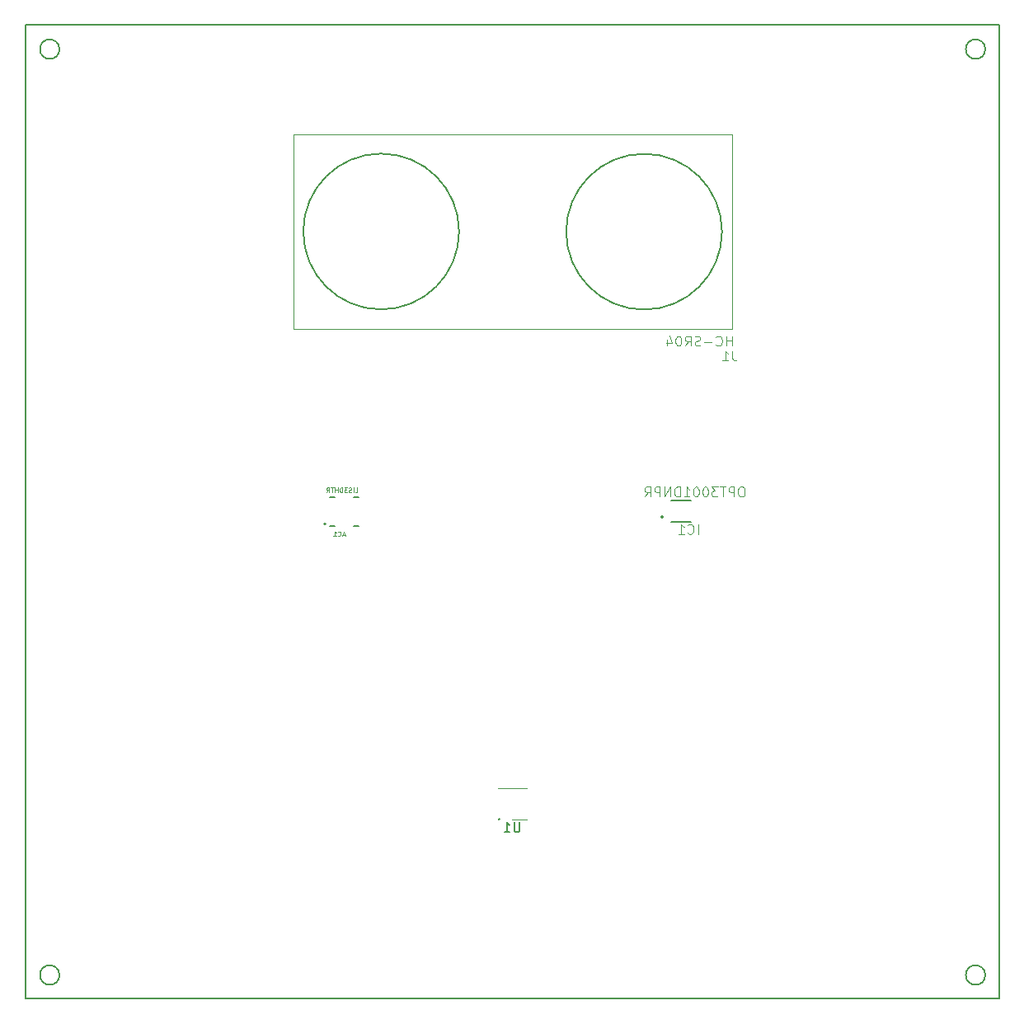
<source format=gbr>
%TF.GenerationSoftware,KiCad,Pcbnew,(5.0.0)*%
%TF.CreationDate,2020-03-23T14:28:17+01:00*%
%TF.ProjectId,Schaltplan_Modul4,536368616C74706C616E5F4D6F64756C,rev?*%
%TF.SameCoordinates,Original*%
%TF.FileFunction,Legend,Bot*%
%TF.FilePolarity,Positive*%
%FSLAX46Y46*%
G04 Gerber Fmt 4.6, Leading zero omitted, Abs format (unit mm)*
G04 Created by KiCad (PCBNEW (5.0.0)) date 03/23/20 14:28:17*
%MOMM*%
%LPD*%
G01*
G04 APERTURE LIST*
%ADD10C,0.200000*%
%ADD11C,0.050000*%
%ADD12C,0.150000*%
%ADD13C,0.127000*%
%ADD14C,0.120000*%
G04 APERTURE END LIST*
D10*
X148704500Y-131597500D02*
G75*
G03X148704500Y-131597500I-63500J0D01*
G01*
X165532000Y-100546000D02*
G75*
G03X165532000Y-100546000I-127000J0D01*
G01*
X130797500Y-101244500D02*
G75*
G03X130797500Y-101244500I-63500J0D01*
G01*
X103500000Y-147576000D02*
G75*
G03X103500000Y-147576000I-1000000J0D01*
G01*
X198576000Y-147576000D02*
G75*
G03X198576000Y-147576000I-1000000J0D01*
G01*
X198576000Y-52500000D02*
G75*
G03X198576000Y-52500000I-1000000J0D01*
G01*
X103500000Y-52500000D02*
G75*
G03X103500000Y-52500000I-1000000J0D01*
G01*
X100000000Y-50000000D02*
X100000000Y-150000000D01*
X100000000Y-150000000D02*
X200000000Y-150000000D01*
X200000000Y-50000000D02*
X200000000Y-150000000D01*
X100000000Y-50000000D02*
X200000000Y-50000000D01*
D11*
%TO.C,J1*%
X127538000Y-81222000D02*
X172538000Y-81222000D01*
X172538000Y-61222000D02*
X127538000Y-61222000D01*
X172538000Y-81222000D02*
X172538000Y-61222000D01*
X127538000Y-81222000D02*
X127538000Y-61222000D01*
D12*
X144538000Y-71222000D02*
G75*
G03X144538000Y-71222000I-8000000J0D01*
G01*
X171538000Y-71242000D02*
G75*
G03X171538000Y-71242000I-8000000J0D01*
G01*
D13*
%TO.C,AC1*%
X131765000Y-101480000D02*
X131255000Y-101480000D01*
X133745000Y-101480000D02*
X134255000Y-101480000D01*
X133745000Y-98480000D02*
X134255000Y-98480000D01*
X131255000Y-98480000D02*
X131765000Y-98480000D01*
D10*
X130855000Y-101255000D02*
G75*
G03X130855000Y-101255000I-100000J0D01*
G01*
D13*
%TO.C,IC1*%
X166272499Y-98800920D02*
X168347499Y-98800920D01*
X166272499Y-101010920D02*
X168347499Y-101010920D01*
D10*
X165494999Y-100555920D02*
G75*
G03X165494999Y-100555920I-100000J0D01*
G01*
D14*
%TO.C,U1*%
X149995000Y-131610000D02*
X151495000Y-131610000D01*
X148495000Y-128390000D02*
X151495000Y-128390000D01*
%TD*%
%TO.C,J1*%
D11*
X172591506Y-83488096D02*
X172591506Y-84202753D01*
X172639150Y-84345684D01*
X172734438Y-84440972D01*
X172877369Y-84488616D01*
X172972657Y-84488616D01*
X171590986Y-84488616D02*
X172162712Y-84488616D01*
X171876849Y-84488616D02*
X171876849Y-83488096D01*
X171972137Y-83631027D01*
X172067424Y-83726315D01*
X172162712Y-83773959D01*
X172548966Y-82965145D02*
X172548966Y-81963455D01*
X172548966Y-82440450D02*
X171976572Y-82440450D01*
X171976572Y-82965145D02*
X171976572Y-81963455D01*
X170927182Y-82869746D02*
X170974882Y-82917445D01*
X171117980Y-82965145D01*
X171213380Y-82965145D01*
X171356478Y-82917445D01*
X171451877Y-82822046D01*
X171499577Y-82726647D01*
X171547276Y-82535849D01*
X171547276Y-82392751D01*
X171499577Y-82201953D01*
X171451877Y-82106554D01*
X171356478Y-82011155D01*
X171213380Y-81963455D01*
X171117980Y-81963455D01*
X170974882Y-82011155D01*
X170927182Y-82058854D01*
X170497887Y-82583549D02*
X169734694Y-82583549D01*
X169305399Y-82917445D02*
X169162300Y-82965145D01*
X168923802Y-82965145D01*
X168828403Y-82917445D01*
X168780704Y-82869746D01*
X168733004Y-82774347D01*
X168733004Y-82678948D01*
X168780704Y-82583549D01*
X168828403Y-82535849D01*
X168923802Y-82488150D01*
X169114600Y-82440450D01*
X169210000Y-82392751D01*
X169257699Y-82345051D01*
X169305399Y-82249652D01*
X169305399Y-82154253D01*
X169257699Y-82058854D01*
X169210000Y-82011155D01*
X169114600Y-81963455D01*
X168876103Y-81963455D01*
X168733004Y-82011155D01*
X167731314Y-82965145D02*
X168065211Y-82488150D01*
X168303709Y-82965145D02*
X168303709Y-81963455D01*
X167922112Y-81963455D01*
X167826713Y-82011155D01*
X167779014Y-82058854D01*
X167731314Y-82154253D01*
X167731314Y-82297352D01*
X167779014Y-82392751D01*
X167826713Y-82440450D01*
X167922112Y-82488150D01*
X168303709Y-82488150D01*
X167111220Y-81963455D02*
X167015821Y-81963455D01*
X166920422Y-82011155D01*
X166872723Y-82058854D01*
X166825023Y-82154253D01*
X166777324Y-82345051D01*
X166777324Y-82583549D01*
X166825023Y-82774347D01*
X166872723Y-82869746D01*
X166920422Y-82917445D01*
X167015821Y-82965145D01*
X167111220Y-82965145D01*
X167206620Y-82917445D01*
X167254319Y-82869746D01*
X167302019Y-82774347D01*
X167349718Y-82583549D01*
X167349718Y-82345051D01*
X167302019Y-82154253D01*
X167254319Y-82058854D01*
X167206620Y-82011155D01*
X167111220Y-81963455D01*
X165918732Y-82297352D02*
X165918732Y-82965145D01*
X166157230Y-81915755D02*
X166395728Y-82631248D01*
X165775634Y-82631248D01*
%TO.C,AC1*%
X132807096Y-102366114D02*
X132578398Y-102366114D01*
X132852835Y-102503333D02*
X132692747Y-102023067D01*
X132532658Y-102503333D01*
X132098132Y-102457593D02*
X132121001Y-102480463D01*
X132189611Y-102503333D01*
X132235350Y-102503333D01*
X132303960Y-102480463D01*
X132349699Y-102434723D01*
X132372569Y-102388984D01*
X132395439Y-102297504D01*
X132395439Y-102228895D01*
X132372569Y-102137416D01*
X132349699Y-102091676D01*
X132303960Y-102045937D01*
X132235350Y-102023067D01*
X132189611Y-102023067D01*
X132121001Y-102045937D01*
X132098132Y-102068806D01*
X131640735Y-102503333D02*
X131915173Y-102503333D01*
X131777954Y-102503333D02*
X131777954Y-102023067D01*
X131823694Y-102091676D01*
X131869433Y-102137416D01*
X131915173Y-102160286D01*
X133867414Y-97999681D02*
X134096247Y-97999681D01*
X134096247Y-97519132D01*
X133707231Y-97999681D02*
X133707231Y-97519132D01*
X133501281Y-97976797D02*
X133432631Y-97999681D01*
X133318215Y-97999681D01*
X133272448Y-97976797D01*
X133249565Y-97953914D01*
X133226682Y-97908148D01*
X133226682Y-97862381D01*
X133249565Y-97816614D01*
X133272448Y-97793731D01*
X133318215Y-97770848D01*
X133409748Y-97747965D01*
X133455515Y-97725081D01*
X133478398Y-97702198D01*
X133501281Y-97656431D01*
X133501281Y-97610665D01*
X133478398Y-97564898D01*
X133455515Y-97542015D01*
X133409748Y-97519132D01*
X133295332Y-97519132D01*
X133226682Y-97542015D01*
X133066499Y-97519132D02*
X132769016Y-97519132D01*
X132929199Y-97702198D01*
X132860549Y-97702198D01*
X132814783Y-97725081D01*
X132791899Y-97747965D01*
X132769016Y-97793731D01*
X132769016Y-97908148D01*
X132791899Y-97953914D01*
X132814783Y-97976797D01*
X132860549Y-97999681D01*
X132997849Y-97999681D01*
X133043615Y-97976797D01*
X133066499Y-97953914D01*
X132563066Y-97999681D02*
X132563066Y-97519132D01*
X132448650Y-97519132D01*
X132380000Y-97542015D01*
X132334234Y-97587782D01*
X132311350Y-97633548D01*
X132288467Y-97725081D01*
X132288467Y-97793731D01*
X132311350Y-97885264D01*
X132334234Y-97931031D01*
X132380000Y-97976797D01*
X132448650Y-97999681D01*
X132563066Y-97999681D01*
X132082517Y-97999681D02*
X132082517Y-97519132D01*
X132082517Y-97747965D02*
X131807918Y-97747965D01*
X131807918Y-97999681D02*
X131807918Y-97519132D01*
X131647735Y-97519132D02*
X131373136Y-97519132D01*
X131510435Y-97999681D02*
X131510435Y-97519132D01*
X130938353Y-97999681D02*
X131098536Y-97770848D01*
X131212953Y-97999681D02*
X131212953Y-97519132D01*
X131029886Y-97519132D01*
X130984120Y-97542015D01*
X130961236Y-97564898D01*
X130938353Y-97610665D01*
X130938353Y-97679315D01*
X130961236Y-97725081D01*
X130984120Y-97747965D01*
X131029886Y-97770848D01*
X131212953Y-97770848D01*
%TO.C,IC1*%
X169068689Y-102275300D02*
X169068689Y-101275300D01*
X168021070Y-102180062D02*
X168068689Y-102227681D01*
X168211546Y-102275300D01*
X168306784Y-102275300D01*
X168449641Y-102227681D01*
X168544879Y-102132443D01*
X168592499Y-102037205D01*
X168640118Y-101846729D01*
X168640118Y-101703872D01*
X168592499Y-101513396D01*
X168544879Y-101418158D01*
X168449641Y-101322920D01*
X168306784Y-101275300D01*
X168211546Y-101275300D01*
X168068689Y-101322920D01*
X168021070Y-101370539D01*
X167068689Y-102275300D02*
X167640118Y-102275300D01*
X167354403Y-102275300D02*
X167354403Y-101275300D01*
X167449641Y-101418158D01*
X167544879Y-101513396D01*
X167640118Y-101561015D01*
X173632260Y-97441300D02*
X173441784Y-97441300D01*
X173346546Y-97488920D01*
X173251308Y-97584158D01*
X173203689Y-97774634D01*
X173203689Y-98107967D01*
X173251308Y-98298443D01*
X173346546Y-98393681D01*
X173441784Y-98441300D01*
X173632260Y-98441300D01*
X173727499Y-98393681D01*
X173822737Y-98298443D01*
X173870356Y-98107967D01*
X173870356Y-97774634D01*
X173822737Y-97584158D01*
X173727499Y-97488920D01*
X173632260Y-97441300D01*
X172775118Y-98441300D02*
X172775118Y-97441300D01*
X172394165Y-97441300D01*
X172298927Y-97488920D01*
X172251308Y-97536539D01*
X172203689Y-97631777D01*
X172203689Y-97774634D01*
X172251308Y-97869872D01*
X172298927Y-97917491D01*
X172394165Y-97965110D01*
X172775118Y-97965110D01*
X171917975Y-97441300D02*
X171346546Y-97441300D01*
X171632260Y-98441300D02*
X171632260Y-97441300D01*
X171108451Y-97441300D02*
X170489403Y-97441300D01*
X170822737Y-97822253D01*
X170679879Y-97822253D01*
X170584641Y-97869872D01*
X170537022Y-97917491D01*
X170489403Y-98012729D01*
X170489403Y-98250824D01*
X170537022Y-98346062D01*
X170584641Y-98393681D01*
X170679879Y-98441300D01*
X170965594Y-98441300D01*
X171060832Y-98393681D01*
X171108451Y-98346062D01*
X169870356Y-97441300D02*
X169775118Y-97441300D01*
X169679879Y-97488920D01*
X169632260Y-97536539D01*
X169584641Y-97631777D01*
X169537022Y-97822253D01*
X169537022Y-98060348D01*
X169584641Y-98250824D01*
X169632260Y-98346062D01*
X169679879Y-98393681D01*
X169775118Y-98441300D01*
X169870356Y-98441300D01*
X169965594Y-98393681D01*
X170013213Y-98346062D01*
X170060832Y-98250824D01*
X170108451Y-98060348D01*
X170108451Y-97822253D01*
X170060832Y-97631777D01*
X170013213Y-97536539D01*
X169965594Y-97488920D01*
X169870356Y-97441300D01*
X168917975Y-97441300D02*
X168822737Y-97441300D01*
X168727499Y-97488920D01*
X168679879Y-97536539D01*
X168632260Y-97631777D01*
X168584641Y-97822253D01*
X168584641Y-98060348D01*
X168632260Y-98250824D01*
X168679879Y-98346062D01*
X168727499Y-98393681D01*
X168822737Y-98441300D01*
X168917975Y-98441300D01*
X169013213Y-98393681D01*
X169060832Y-98346062D01*
X169108451Y-98250824D01*
X169156070Y-98060348D01*
X169156070Y-97822253D01*
X169108451Y-97631777D01*
X169060832Y-97536539D01*
X169013213Y-97488920D01*
X168917975Y-97441300D01*
X167632260Y-98441300D02*
X168203689Y-98441300D01*
X167917975Y-98441300D02*
X167917975Y-97441300D01*
X168013213Y-97584158D01*
X168108451Y-97679396D01*
X168203689Y-97727015D01*
X167203689Y-98441300D02*
X167203689Y-97441300D01*
X166965594Y-97441300D01*
X166822737Y-97488920D01*
X166727499Y-97584158D01*
X166679879Y-97679396D01*
X166632260Y-97869872D01*
X166632260Y-98012729D01*
X166679879Y-98203205D01*
X166727499Y-98298443D01*
X166822737Y-98393681D01*
X166965594Y-98441300D01*
X167203689Y-98441300D01*
X166203689Y-98441300D02*
X166203689Y-97441300D01*
X165632260Y-98441300D01*
X165632260Y-97441300D01*
X165156070Y-98441300D02*
X165156070Y-97441300D01*
X164775118Y-97441300D01*
X164679879Y-97488920D01*
X164632260Y-97536539D01*
X164584641Y-97631777D01*
X164584641Y-97774634D01*
X164632260Y-97869872D01*
X164679879Y-97917491D01*
X164775118Y-97965110D01*
X165156070Y-97965110D01*
X163584641Y-98441300D02*
X163917975Y-97965110D01*
X164156070Y-98441300D02*
X164156070Y-97441300D01*
X163775118Y-97441300D01*
X163679879Y-97488920D01*
X163632260Y-97536539D01*
X163584641Y-97631777D01*
X163584641Y-97774634D01*
X163632260Y-97869872D01*
X163679879Y-97917491D01*
X163775118Y-97965110D01*
X164156070Y-97965110D01*
%TO.C,U1*%
D12*
X150756904Y-131902380D02*
X150756904Y-132711904D01*
X150709285Y-132807142D01*
X150661666Y-132854761D01*
X150566428Y-132902380D01*
X150375952Y-132902380D01*
X150280714Y-132854761D01*
X150233095Y-132807142D01*
X150185476Y-132711904D01*
X150185476Y-131902380D01*
X149185476Y-132902380D02*
X149756904Y-132902380D01*
X149471190Y-132902380D02*
X149471190Y-131902380D01*
X149566428Y-132045238D01*
X149661666Y-132140476D01*
X149756904Y-132188095D01*
%TD*%
M02*

</source>
